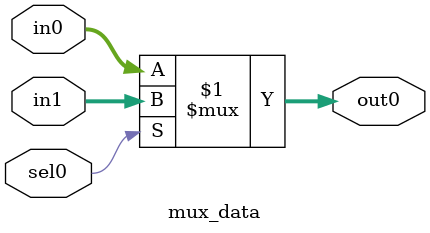
<source format=v>
module mux_data
#(
	parameter width = 24
)
(
	input				sel0,
	input	[width-1:0]	in0,
	input	[width-1:0]	in1,
	output	[width-1:0]	out0
);

	assign out0 =  (sel0) ? in1 : in0;
	
endmodule


</source>
